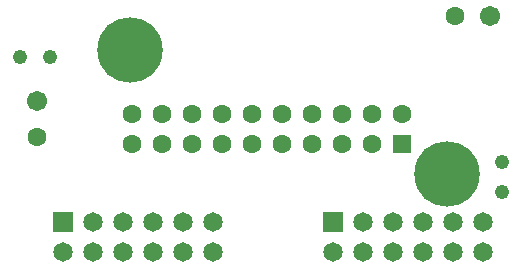
<source format=gbs>
%FSLAX25Y25*%
%MOIN*%
G70*
G01*
G75*
G04 Layer_Color=16711935*
%ADD10R,0.03347X0.03150*%
%ADD11R,0.03150X0.03347*%
%ADD12R,0.03937X0.03150*%
%ADD13R,0.03937X0.05906*%
%ADD14R,0.03150X0.03937*%
%ADD15R,0.05906X0.03937*%
%ADD16R,0.04528X0.02362*%
G04:AMPARAMS|DCode=17|XSize=11.81mil|YSize=47.24mil|CornerRadius=2.95mil|HoleSize=0mil|Usage=FLASHONLY|Rotation=180.000|XOffset=0mil|YOffset=0mil|HoleType=Round|Shape=RoundedRectangle|*
%AMROUNDEDRECTD17*
21,1,0.01181,0.04134,0,0,180.0*
21,1,0.00591,0.04724,0,0,180.0*
1,1,0.00591,-0.00295,0.02067*
1,1,0.00591,0.00295,0.02067*
1,1,0.00591,0.00295,-0.02067*
1,1,0.00591,-0.00295,-0.02067*
%
%ADD17ROUNDEDRECTD17*%
G04:AMPARAMS|DCode=18|XSize=94.49mil|YSize=94.49mil|CornerRadius=23.62mil|HoleSize=0mil|Usage=FLASHONLY|Rotation=180.000|XOffset=0mil|YOffset=0mil|HoleType=Round|Shape=RoundedRectangle|*
%AMROUNDEDRECTD18*
21,1,0.09449,0.04724,0,0,180.0*
21,1,0.04724,0.09449,0,0,180.0*
1,1,0.04724,-0.02362,0.02362*
1,1,0.04724,0.02362,0.02362*
1,1,0.04724,0.02362,-0.02362*
1,1,0.04724,-0.02362,-0.02362*
%
%ADD18ROUNDEDRECTD18*%
%ADD19R,0.03543X0.04921*%
%ADD20C,0.00600*%
%ADD21C,0.01000*%
%ADD22C,0.01400*%
%ADD23C,0.05500*%
%ADD24R,0.05500X0.05500*%
%ADD25R,0.05700X0.05700*%
%ADD26C,0.05700*%
%ADD27C,0.05512*%
%ADD28C,0.05906*%
%ADD29C,0.21000*%
%ADD30C,0.04000*%
%ADD31C,0.02500*%
%ADD32C,0.02700*%
%ADD33C,0.00984*%
%ADD34C,0.01969*%
%ADD35C,0.04000*%
%ADD36C,0.00787*%
%ADD37C,0.01200*%
%ADD38C,0.00591*%
%ADD39C,0.00100*%
%ADD40R,0.04147X0.03950*%
%ADD41R,0.03950X0.04147*%
%ADD42R,0.04737X0.03950*%
%ADD43R,0.04737X0.06706*%
%ADD44R,0.03950X0.04737*%
%ADD45R,0.06706X0.04737*%
%ADD46R,0.05328X0.03162*%
G04:AMPARAMS|DCode=47|XSize=19.81mil|YSize=55.24mil|CornerRadius=6.95mil|HoleSize=0mil|Usage=FLASHONLY|Rotation=180.000|XOffset=0mil|YOffset=0mil|HoleType=Round|Shape=RoundedRectangle|*
%AMROUNDEDRECTD47*
21,1,0.01981,0.04134,0,0,180.0*
21,1,0.00591,0.05524,0,0,180.0*
1,1,0.01391,-0.00295,0.02067*
1,1,0.01391,0.00295,0.02067*
1,1,0.01391,0.00295,-0.02067*
1,1,0.01391,-0.00295,-0.02067*
%
%ADD47ROUNDEDRECTD47*%
G04:AMPARAMS|DCode=48|XSize=102.49mil|YSize=102.49mil|CornerRadius=27.62mil|HoleSize=0mil|Usage=FLASHONLY|Rotation=180.000|XOffset=0mil|YOffset=0mil|HoleType=Round|Shape=RoundedRectangle|*
%AMROUNDEDRECTD48*
21,1,0.10249,0.04724,0,0,180.0*
21,1,0.04724,0.10249,0,0,180.0*
1,1,0.05524,-0.02362,0.02362*
1,1,0.05524,0.02362,0.02362*
1,1,0.05524,0.02362,-0.02362*
1,1,0.05524,-0.02362,-0.02362*
%
%ADD48ROUNDEDRECTD48*%
%ADD49R,0.04343X0.05721*%
%ADD50C,0.06300*%
%ADD51R,0.06300X0.06300*%
%ADD52R,0.06500X0.06500*%
%ADD53C,0.06500*%
%ADD54C,0.06312*%
%ADD55C,0.06706*%
%ADD56C,0.21800*%
%ADD57C,0.04800*%
D50*
X27369Y-19000D02*
D03*
Y-29000D02*
D03*
X117369Y-19000D02*
D03*
X107369Y-29000D02*
D03*
Y-19000D02*
D03*
X97369Y-29000D02*
D03*
Y-19000D02*
D03*
X87369Y-29000D02*
D03*
Y-19000D02*
D03*
X77369Y-29000D02*
D03*
Y-19000D02*
D03*
X67369Y-29000D02*
D03*
Y-19000D02*
D03*
X57369Y-29000D02*
D03*
Y-19000D02*
D03*
X47369Y-29000D02*
D03*
Y-19000D02*
D03*
X37369Y-29000D02*
D03*
Y-19000D02*
D03*
D51*
X117369Y-29000D02*
D03*
D52*
X4169Y-55000D02*
D03*
X94169D02*
D03*
D53*
X14169D02*
D03*
X24169D02*
D03*
X34169D02*
D03*
X44169D02*
D03*
X54169D02*
D03*
X4169Y-65000D02*
D03*
X14169D02*
D03*
X24169D02*
D03*
X34169D02*
D03*
X44169D02*
D03*
X54169D02*
D03*
X104169Y-55000D02*
D03*
X114169D02*
D03*
X124169D02*
D03*
X134169D02*
D03*
X144169D02*
D03*
X94169Y-65000D02*
D03*
X104169D02*
D03*
X114169D02*
D03*
X124169D02*
D03*
X134169D02*
D03*
X144169D02*
D03*
D54*
X134864Y13600D02*
D03*
X-4331Y-26605D02*
D03*
D55*
X146675Y13600D02*
D03*
X-4331Y-14795D02*
D03*
D56*
X132369Y-39000D02*
D03*
X26769Y2250D02*
D03*
D57*
X150682Y-45100D02*
D03*
X-10125Y0D02*
D03*
X0D02*
D03*
X150682Y-35100D02*
D03*
M02*

</source>
